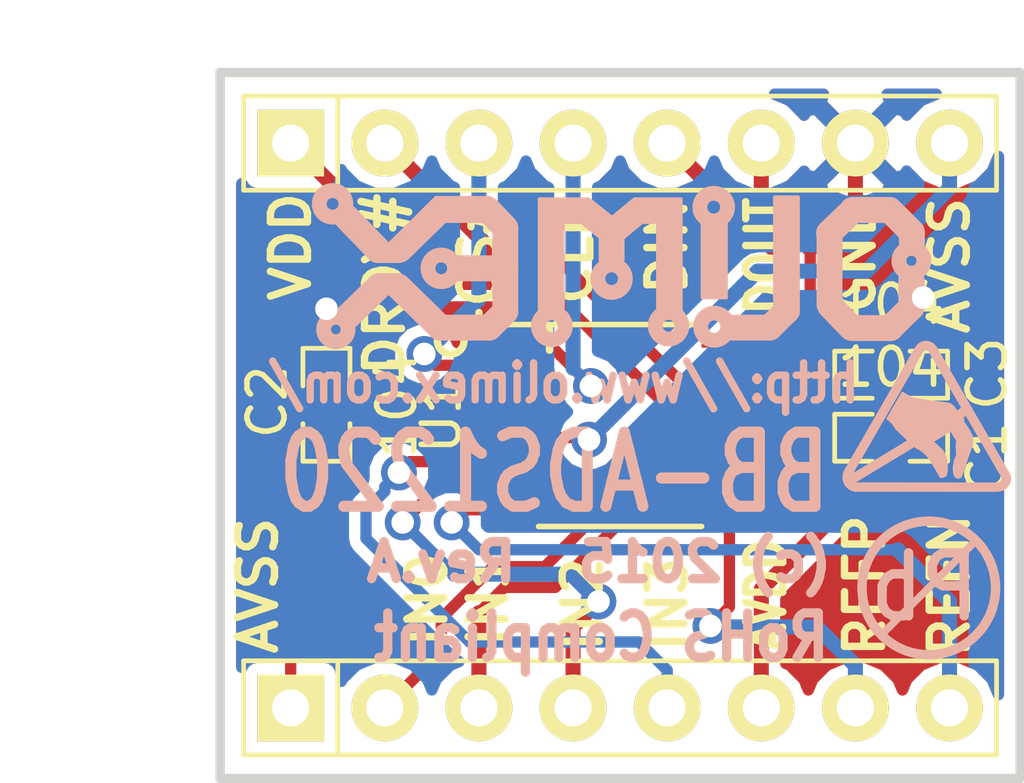
<source format=kicad_pcb>
(kicad_pcb (version 4) (host pcbnew 0.201504271001+5626~23~ubuntu14.10.1-product)

  (general
    (links 23)
    (no_connects 0)
    (area 131.8018 101.9518 159.512001 126.5982)
    (thickness 1.6)
    (drawings 28)
    (tracks 111)
    (zones 0)
    (modules 10)
    (nets 16)
  )

  (page A4)
  (layers
    (0 F.Cu signal)
    (31 B.Cu signal)
    (32 B.Adhes user)
    (33 F.Adhes user)
    (34 B.Paste user)
    (35 F.Paste user)
    (36 B.SilkS user)
    (37 F.SilkS user)
    (38 B.Mask user)
    (39 F.Mask user)
    (40 Dwgs.User user)
    (41 Cmts.User user)
    (42 Eco1.User user)
    (43 Eco2.User user)
    (44 Edge.Cuts user)
    (45 Margin user)
    (46 B.CrtYd user)
    (47 F.CrtYd user)
    (48 B.Fab user)
    (49 F.Fab user)
  )

  (setup
    (last_trace_width 0.3048)
    (trace_clearance 0.2032)
    (zone_clearance 0.3048)
    (zone_45_only no)
    (trace_min 0.2)
    (segment_width 0.2)
    (edge_width 0.1)
    (via_size 0.9652)
    (via_drill 0.6096)
    (via_min_size 0.4)
    (via_min_drill 0.3)
    (uvia_size 0.3)
    (uvia_drill 0.1)
    (uvias_allowed no)
    (uvia_min_size 0)
    (uvia_min_drill 0)
    (pcb_text_width 0.3)
    (pcb_text_size 1 1)
    (mod_edge_width 0.15)
    (mod_text_size 1 1)
    (mod_text_width 0.15)
    (pad_size 1.5 1.5)
    (pad_drill 0.6)
    (pad_to_mask_clearance 0.0508)
    (solder_mask_min_width 0.0508)
    (pad_to_paste_clearance -0.0508)
    (aux_axis_origin 0 0)
    (visible_elements FFFEFF7F)
    (pcbplotparams
      (layerselection 0x000f8_00000000)
      (usegerberextensions false)
      (excludeedgelayer false)
      (linewidth 0.100000)
      (plotframeref false)
      (viasonmask false)
      (mode 1)
      (useauxorigin false)
      (hpglpennumber 1)
      (hpglpenspeed 20)
      (hpglpendiameter 15)
      (hpglpenoverlay 2)
      (psnegative false)
      (psa4output false)
      (plotreference true)
      (plotvalue false)
      (plotinvisibletext false)
      (padsonsilk false)
      (subtractmaskfromsilk false)
      (outputformat 1)
      (mirror false)
      (drillshape 0)
      (scaleselection 1)
      (outputdirectory ""))
  )

  (net 0 "")
  (net 1 GND)
  (net 2 "Net-(C1-Pad2)")
  (net 3 /AVSS)
  (net 4 "Net-(C3-Pad2)")
  (net 5 "Net-(P1-Pad2)")
  (net 6 "Net-(P1-Pad3)")
  (net 7 "Net-(P1-Pad4)")
  (net 8 "Net-(P1-Pad5)")
  (net 9 /REFP)
  (net 10 /REFN)
  (net 11 "Net-(P2-Pad2)")
  (net 12 "Net-(P2-Pad3)")
  (net 13 "Net-(P2-Pad4)")
  (net 14 "Net-(P2-Pad5)")
  (net 15 "Net-(P2-Pad6)")

  (net_class Default "This is the default net class."
    (clearance 0.2032)
    (trace_width 0.3048)
    (via_dia 0.9652)
    (via_drill 0.6096)
    (uvia_dia 0.3)
    (uvia_drill 0.1)
    (add_net /AVSS)
    (add_net /REFN)
    (add_net /REFP)
    (add_net GND)
    (add_net "Net-(C1-Pad2)")
    (add_net "Net-(C3-Pad2)")
    (add_net "Net-(P1-Pad2)")
    (add_net "Net-(P1-Pad3)")
    (add_net "Net-(P1-Pad4)")
    (add_net "Net-(P1-Pad5)")
    (add_net "Net-(P2-Pad2)")
    (add_net "Net-(P2-Pad3)")
    (add_net "Net-(P2-Pad4)")
    (add_net "Net-(P2-Pad5)")
    (add_net "Net-(P2-Pad6)")
  )

  (module kicad_wrk:C_0603 (layer F.Cu) (tedit 550FE071) (tstamp 55306B37)
    (at 155.9052 114.6302 180)
    (descr "Resistor SMD 0603, reflow soldering, Vishay (see dcrcw.pdf)")
    (tags "resistor 0603")
    (path /550FCD51)
    (attr smd)
    (fp_text reference C1 (at -2.5908 -0.5588 270) (layer F.SilkS)
      (effects (font (size 1 1) (thickness 0.15)))
    )
    (fp_text value 104 (at 0 1.9 180) (layer F.SilkS)
      (effects (font (size 1 1) (thickness 0.15)))
    )
    (fp_line (start 0.508 -0.635) (end 1.524 -0.635) (layer F.SilkS) (width 0.127))
    (fp_line (start 1.524 -0.635) (end 1.524 0.635) (layer F.SilkS) (width 0.127))
    (fp_line (start 1.524 0.635) (end 0.508 0.635) (layer F.SilkS) (width 0.127))
    (fp_line (start -1.524 -0.635) (end -1.524 0.635) (layer F.SilkS) (width 0.127))
    (fp_line (start -1.524 0.635) (end -0.508 0.635) (layer F.SilkS) (width 0.127))
    (fp_line (start -1.524 -0.635) (end -0.508 -0.635) (layer F.SilkS) (width 0.127))
    (pad 1 smd rect (at -0.889 0 180) (size 1.016 1.016) (layers F.Cu F.Paste F.Mask)
      (net 1 GND))
    (pad 2 smd rect (at 0.889 0 180) (size 1.016 1.016) (layers F.Cu F.Paste F.Mask)
      (net 2 "Net-(C1-Pad2)"))
    (model Resistors_SMD/R_0603.wrl
      (at (xyz 0 0 0))
      (scale (xyz 1 1 1))
      (rotate (xyz 0 0 0))
    )
  )

  (module kicad_wrk:C_0603 (layer F.Cu) (tedit 550FE05A) (tstamp 55306B43)
    (at 140.6652 113.7412 90)
    (descr "Resistor SMD 0603, reflow soldering, Vishay (see dcrcw.pdf)")
    (tags "resistor 0603")
    (path /550FCD22)
    (attr smd)
    (fp_text reference C2 (at 0.0762 -1.6002 270) (layer F.SilkS)
      (effects (font (size 1 1) (thickness 0.15)))
    )
    (fp_text value 104 (at 0 1.9 90) (layer F.SilkS)
      (effects (font (size 1 1) (thickness 0.15)))
    )
    (fp_line (start 0.508 -0.635) (end 1.524 -0.635) (layer F.SilkS) (width 0.127))
    (fp_line (start 1.524 -0.635) (end 1.524 0.635) (layer F.SilkS) (width 0.127))
    (fp_line (start 1.524 0.635) (end 0.508 0.635) (layer F.SilkS) (width 0.127))
    (fp_line (start -1.524 -0.635) (end -1.524 0.635) (layer F.SilkS) (width 0.127))
    (fp_line (start -1.524 0.635) (end -0.508 0.635) (layer F.SilkS) (width 0.127))
    (fp_line (start -1.524 -0.635) (end -0.508 -0.635) (layer F.SilkS) (width 0.127))
    (pad 1 smd rect (at -0.889 0 90) (size 1.016 1.016) (layers F.Cu F.Paste F.Mask)
      (net 3 /AVSS))
    (pad 2 smd rect (at 0.889 0 90) (size 1.016 1.016) (layers F.Cu F.Paste F.Mask)
      (net 1 GND))
    (model Resistors_SMD/R_0603.wrl
      (at (xyz 0 0 0))
      (scale (xyz 1 1 1))
      (rotate (xyz 0 0 0))
    )
  )

  (module kicad_wrk:C_0603 (layer F.Cu) (tedit 550FE077) (tstamp 55306B4F)
    (at 155.9052 112.9284 180)
    (descr "Resistor SMD 0603, reflow soldering, Vishay (see dcrcw.pdf)")
    (tags "resistor 0603")
    (path /550FCD81)
    (attr smd)
    (fp_text reference C3 (at -2.5908 0.0254 270) (layer F.SilkS)
      (effects (font (size 1 1) (thickness 0.15)))
    )
    (fp_text value 104 (at 0 1.9 180) (layer F.SilkS)
      (effects (font (size 1 1) (thickness 0.15)))
    )
    (fp_line (start 0.508 -0.635) (end 1.524 -0.635) (layer F.SilkS) (width 0.127))
    (fp_line (start 1.524 -0.635) (end 1.524 0.635) (layer F.SilkS) (width 0.127))
    (fp_line (start 1.524 0.635) (end 0.508 0.635) (layer F.SilkS) (width 0.127))
    (fp_line (start -1.524 -0.635) (end -1.524 0.635) (layer F.SilkS) (width 0.127))
    (fp_line (start -1.524 0.635) (end -0.508 0.635) (layer F.SilkS) (width 0.127))
    (fp_line (start -1.524 -0.635) (end -0.508 -0.635) (layer F.SilkS) (width 0.127))
    (pad 1 smd rect (at -0.889 0 180) (size 1.016 1.016) (layers F.Cu F.Paste F.Mask)
      (net 1 GND))
    (pad 2 smd rect (at 0.889 0 180) (size 1.016 1.016) (layers F.Cu F.Paste F.Mask)
      (net 4 "Net-(C3-Pad2)"))
    (model Resistors_SMD/R_0603.wrl
      (at (xyz 0 0 0))
      (scale (xyz 1 1 1))
      (rotate (xyz 0 0 0))
    )
  )

  (module kicad_wrk:SIP8_Housing (layer F.Cu) (tedit 550FE097) (tstamp 55306B66)
    (at 149.86 121.92)
    (descr SIP8)
    (tags SIP8)
    (path /550FCF8D)
    (fp_text reference "" (at -16.383 -4.953) (layer F.SilkS)
      (effects (font (size 1 1) (thickness 0.15)))
    )
    (fp_text value CONN_01X08 (at -0.1 3.7) (layer F.SilkS) hide
      (effects (font (size 1 1) (thickness 0.15)))
    )
    (fp_line (start -8.89 -1.27) (end -8.89 1.27) (layer F.SilkS) (width 0.127))
    (fp_line (start -11.43 -1.27) (end 8.89 -1.27) (layer F.SilkS) (width 0.127))
    (fp_line (start 8.89 -1.27) (end 8.89 1.27) (layer F.SilkS) (width 0.127))
    (fp_line (start 8.89 1.27) (end -11.43 1.27) (layer F.SilkS) (width 0.127))
    (fp_line (start -11.43 1.27) (end -11.43 -1.27) (layer F.SilkS) (width 0.127))
    (pad 1 thru_hole rect (at -10.16 0 90) (size 1.8 1.8) (drill 1) (layers *.Cu *.Mask F.SilkS)
      (net 3 /AVSS))
    (pad 2 thru_hole circle (at -7.62 0 90) (size 1.8 1.8) (drill 1) (layers *.Cu *.Mask F.SilkS)
      (net 5 "Net-(P1-Pad2)"))
    (pad 3 thru_hole circle (at -5.08 0 90) (size 1.8 1.8) (drill 1) (layers *.Cu *.Mask F.SilkS)
      (net 6 "Net-(P1-Pad3)"))
    (pad 4 thru_hole circle (at -2.54 0 90) (size 1.8 1.8) (drill 1) (layers *.Cu *.Mask F.SilkS)
      (net 7 "Net-(P1-Pad4)"))
    (pad 5 thru_hole circle (at 0 0 90) (size 1.8 1.8) (drill 1) (layers *.Cu *.Mask F.SilkS)
      (net 8 "Net-(P1-Pad5)"))
    (pad 6 thru_hole circle (at 2.54 0 90) (size 1.8 1.8) (drill 1) (layers *.Cu *.Mask F.SilkS)
      (net 2 "Net-(C1-Pad2)"))
    (pad 7 thru_hole circle (at 5.08 0 90) (size 1.8 1.8) (drill 1) (layers *.Cu *.Mask F.SilkS)
      (net 9 /REFP))
    (pad 8 thru_hole circle (at 7.62 0 90) (size 1.8 1.8) (drill 1) (layers *.Cu *.Mask F.SilkS)
      (net 10 /REFN))
    (model Housings_SIP/SIP9_Housing.wrl
      (at (xyz 0 0 0))
      (scale (xyz 0.3937 0.3937 0.3937))
      (rotate (xyz 0 0 0))
    )
  )

  (module kicad_wrk:SIP8_Housing (layer F.Cu) (tedit 550FE0A7) (tstamp 55306B7D)
    (at 149.86 106.68)
    (descr SIP8)
    (tags SIP8)
    (path /550FD25A)
    (fp_text reference "" (at 0 -3.6) (layer F.SilkS)
      (effects (font (size 1 1) (thickness 0.15)))
    )
    (fp_text value CONN_01X08 (at -0.1 3.7) (layer F.SilkS) hide
      (effects (font (size 1 1) (thickness 0.15)))
    )
    (fp_line (start -8.89 -1.27) (end -8.89 1.27) (layer F.SilkS) (width 0.127))
    (fp_line (start -11.43 -1.27) (end 8.89 -1.27) (layer F.SilkS) (width 0.127))
    (fp_line (start 8.89 -1.27) (end 8.89 1.27) (layer F.SilkS) (width 0.127))
    (fp_line (start 8.89 1.27) (end -11.43 1.27) (layer F.SilkS) (width 0.127))
    (fp_line (start -11.43 1.27) (end -11.43 -1.27) (layer F.SilkS) (width 0.127))
    (pad 1 thru_hole rect (at -10.16 0 90) (size 1.8 1.8) (drill 1) (layers *.Cu *.Mask F.SilkS)
      (net 4 "Net-(C3-Pad2)"))
    (pad 2 thru_hole circle (at -7.62 0 90) (size 1.8 1.8) (drill 1) (layers *.Cu *.Mask F.SilkS)
      (net 11 "Net-(P2-Pad2)"))
    (pad 3 thru_hole circle (at -5.08 0 90) (size 1.8 1.8) (drill 1) (layers *.Cu *.Mask F.SilkS)
      (net 12 "Net-(P2-Pad3)"))
    (pad 4 thru_hole circle (at -2.54 0 90) (size 1.8 1.8) (drill 1) (layers *.Cu *.Mask F.SilkS)
      (net 13 "Net-(P2-Pad4)"))
    (pad 5 thru_hole circle (at 0 0 90) (size 1.8 1.8) (drill 1) (layers *.Cu *.Mask F.SilkS)
      (net 14 "Net-(P2-Pad5)"))
    (pad 6 thru_hole circle (at 2.54 0 90) (size 1.8 1.8) (drill 1) (layers *.Cu *.Mask F.SilkS)
      (net 15 "Net-(P2-Pad6)"))
    (pad 7 thru_hole circle (at 5.08 0 90) (size 1.8 1.8) (drill 1) (layers *.Cu *.Mask F.SilkS)
      (net 1 GND))
    (pad 8 thru_hole circle (at 7.62 0 90) (size 1.8 1.8) (drill 1) (layers *.Cu *.Mask F.SilkS)
      (net 3 /AVSS))
    (model Housings_SIP/SIP9_Housing.wrl
      (at (xyz 0 0 0))
      (scale (xyz 0.3937 0.3937 0.3937))
      (rotate (xyz 0 0 0))
    )
  )

  (module kicad_wrk:TSSOP-16_4.4x5mm_Pitch0.65mm (layer F.Cu) (tedit 550FE06D) (tstamp 55306B91)
    (at 148.59 114.3)
    (descr "16-Lead Plastic Thin Shrink Small Outline (ST)-4.4 mm Body [TSSOP] (see Microchip Packaging Specification 00000049BS.pdf)")
    (tags "SSOP 0.65")
    (path /550FCCB7)
    (attr smd)
    (fp_text reference U1 (at -4.826 -0.254 90) (layer F.SilkS)
      (effects (font (size 1 1) (thickness 0.15)))
    )
    (fp_text value ADS1220 (at 0 3.55) (layer F.Fab)
      (effects (font (size 1 1) (thickness 0.15)))
    )
    (fp_line (start -3.95 -2.8) (end -3.95 2.8) (layer F.CrtYd) (width 0.05))
    (fp_line (start 3.95 -2.8) (end 3.95 2.8) (layer F.CrtYd) (width 0.05))
    (fp_line (start -3.95 -2.8) (end 3.95 -2.8) (layer F.CrtYd) (width 0.05))
    (fp_line (start -3.95 2.8) (end 3.95 2.8) (layer F.CrtYd) (width 0.05))
    (fp_line (start -2.2 2.725) (end 2.2 2.725) (layer F.SilkS) (width 0.15))
    (fp_line (start -3.775 -2.725) (end 2.2 -2.725) (layer F.SilkS) (width 0.15))
    (pad 1 smd rect (at -2.95 -2.275) (size 1.5 0.35) (layers F.Cu F.Paste F.Mask)
      (net 13 "Net-(P2-Pad4)"))
    (pad 2 smd rect (at -2.95 -1.625) (size 1.5 0.35) (layers F.Cu F.Paste F.Mask)
      (net 12 "Net-(P2-Pad3)"))
    (pad 3 smd rect (at -2.95 -0.975) (size 1.5 0.35) (layers F.Cu F.Paste F.Mask)
      (net 1 GND))
    (pad 4 smd rect (at -2.95 -0.325) (size 1.5 0.35) (layers F.Cu F.Paste F.Mask)
      (net 1 GND))
    (pad 5 smd rect (at -2.95 0.325) (size 1.5 0.35) (layers F.Cu F.Paste F.Mask)
      (net 3 /AVSS))
    (pad 6 smd rect (at -2.95 0.975) (size 1.5 0.35) (layers F.Cu F.Paste F.Mask)
      (net 8 "Net-(P1-Pad5)"))
    (pad 7 smd rect (at -2.95 1.625) (size 1.5 0.35) (layers F.Cu F.Paste F.Mask)
      (net 7 "Net-(P1-Pad4)"))
    (pad 8 smd rect (at -2.95 2.275) (size 1.5 0.35) (layers F.Cu F.Paste F.Mask)
      (net 10 /REFN))
    (pad 9 smd rect (at 2.95 2.275) (size 1.5 0.35) (layers F.Cu F.Paste F.Mask)
      (net 9 /REFP))
    (pad 10 smd rect (at 2.95 1.625) (size 1.5 0.35) (layers F.Cu F.Paste F.Mask)
      (net 6 "Net-(P1-Pad3)"))
    (pad 11 smd rect (at 2.95 0.975) (size 1.5 0.35) (layers F.Cu F.Paste F.Mask)
      (net 5 "Net-(P1-Pad2)"))
    (pad 12 smd rect (at 2.95 0.325) (size 1.5 0.35) (layers F.Cu F.Paste F.Mask)
      (net 2 "Net-(C1-Pad2)"))
    (pad 13 smd rect (at 2.95 -0.325) (size 1.5 0.35) (layers F.Cu F.Paste F.Mask)
      (net 4 "Net-(C3-Pad2)"))
    (pad 14 smd rect (at 2.95 -0.975) (size 1.5 0.35) (layers F.Cu F.Paste F.Mask)
      (net 11 "Net-(P2-Pad2)"))
    (pad 15 smd rect (at 2.95 -1.625) (size 1.5 0.35) (layers F.Cu F.Paste F.Mask)
      (net 15 "Net-(P2-Pad6)"))
    (pad 16 smd rect (at 2.95 -2.275) (size 1.5 0.35) (layers F.Cu F.Paste F.Mask)
      (net 14 "Net-(P2-Pad5)"))
    (model Housings_SSOP.3dshapes/TSSOP-16_4.4x5mm_Pitch0.65mm.wrl
      (at (xyz 0 0 0))
      (scale (xyz 1 1 1))
      (rotate (xyz 0 0 0))
    )
  )

  (module OLIMEX_Other-FP:Fiducial1x3 (layer F.Cu) (tedit 554098FB) (tstamp 553F8157)
    (at 141.0208 119.3038)
    (fp_text reference "" (at -8.9408 -0.9398) (layer F.SilkS)
      (effects (font (size 1 1) (thickness 0.15)))
    )
    (fp_text value "" (at 0 -3) (layer F.Fab)
      (effects (font (size 1 1) (thickness 0.15)))
    )
    (fp_circle (center 0 0) (end 1.5 0) (layer Dwgs.User) (width 0.254))
    (pad Fid1 connect circle (at 0 0) (size 1 1) (layers F.Cu F.Mask)
      (solder_mask_margin 0.9652) (clearance 1.016) (zone_connect 0))
  )

  (module OLIMEX_LOGOs-FP:OLIMEX_LOGO_TB (layer B.Cu) (tedit 5530FAE4) (tstamp 554153E0)
    (at 148.463 109.982 180)
    (fp_text reference OLIMEX_LOGO** (at -2.4003 3.0607 180) (layer B.SilkS) hide
      (effects (font (size 1 1) (thickness 0.15)) (justify mirror))
    )
    (fp_text value OLIMEX_LOGO_TB (at -1.6637 -3.7084 180) (layer B.Fab) hide
      (effects (font (size 1 1) (thickness 0.15)) (justify mirror))
    )
    (fp_line (start 3.4163 1.8288) (end 4.7879 1.8288) (layer B.SilkS) (width 0.1))
    (fp_line (start 4.7879 1.8288) (end 4.8387 1.8288) (layer B.SilkS) (width 0.1))
    (fp_line (start 4.8387 1.8288) (end 6.096 0.5842) (layer B.SilkS) (width 0.1))
    (fp_line (start 1.8923 1.7145) (end 1.9939 1.7145) (layer B.SilkS) (width 0.1))
    (fp_line (start 2.0447 1.778) (end 2.0447 1.7907) (layer B.SilkS) (width 0.1))
    (fp_line (start 2.0447 1.7907) (end 0.7493 1.7907) (layer B.SilkS) (width 0.1))
    (fp_line (start 0.7493 1.7907) (end 0.7239 1.7907) (layer B.SilkS) (width 0.1))
    (fp_line (start 0.7239 1.7907) (end 0.1016 1.2954) (layer B.SilkS) (width 0.1))
    (fp_line (start 2.0447 -1.2319) (end 2.0447 1.778) (layer B.SilkS) (width 0.1))
    (fp_line (start -1.6129 1.7272) (end -1.6891 1.7272) (layer B.SilkS) (width 0.1))
    (fp_line (start -1.7653 1.7907) (end -0.5207 1.7907) (layer B.SilkS) (width 0.1))
    (fp_line (start -0.5207 1.7907) (end 0.0635 1.3081) (layer B.SilkS) (width 0.1))
    (fp_line (start -1.7653 -1.2065) (end -1.7653 1.778) (layer B.SilkS) (width 0.1))
    (fp_line (start -2.5019 -0.8001) (end -2.413 -0.8001) (layer B.SilkS) (width 0.1))
    (fp_line (start -2.8448 -0.8001) (end -2.9083 -0.8001) (layer B.SilkS) (width 0.1))
    (fp_line (start -2.9845 -0.8636) (end -2.3749 -0.8636) (layer B.SilkS) (width 0.1))
    (fp_line (start -2.3749 -0.8636) (end -2.3495 -0.8636) (layer B.SilkS) (width 0.1))
    (fp_line (start -2.3495 -0.8636) (end -2.3495 1.1557) (layer B.SilkS) (width 0.1))
    (fp_line (start -2.9845 1.1557) (end -2.9845 -0.8636) (layer B.SilkS) (width 0.1))
    (fp_line (start -4.4831 1.7653) (end -4.3688 1.7653) (layer B.SilkS) (width 0.1))
    (fp_line (start -4.6101 1.8415) (end -4.3053 1.8415) (layer B.SilkS) (width 0.1))
    (fp_line (start -4.3053 1.8415) (end -4.3053 -1.1938) (layer B.SilkS) (width 0.1))
    (fp_line (start -4.7879 1.7526) (end -4.8514 1.7653) (layer B.SilkS) (width 0.1))
    (fp_line (start -4.9022 1.8415) (end -4.9149 1.8415) (layer B.SilkS) (width 0.1))
    (fp_line (start -4.9149 1.8415) (end -4.9276 1.8415) (layer B.SilkS) (width 0.1))
    (fp_line (start -4.9276 1.8415) (end -4.9276 -1.3081) (layer B.SilkS) (width 0.1))
    (fp_line (start -4.6228 1.8415) (end -4.9022 1.8415) (layer B.SilkS) (width 0.1))
    (fp_line (start -4.6228 -1.2319) (end -4.6228 1.4986) (layer B.SilkS) (width 0.7))
    (fp_line (start 1.7145 1.4859) (end 1.7145 -1.1176) (layer B.SilkS) (width 0.7))
    (fp_line (start -6.4008 1.4986) (end -7.4041 1.4986) (layer B.SilkS) (width 0.7))
    (fp_line (start -5.7785 0.889) (end -5.7785 -1.0414) (layer B.SilkS) (width 0.7))
    (fp_line (start -8.001 0.8509) (end -8.001 0.6096) (layer B.SilkS) (width 0.7))
    (fp_line (start -8.001 -1.1176) (end -7.4168 -1.6891) (layer B.SilkS) (width 0.7))
    (fp_line (start -7.9883 -1.1303) (end -7.9883 -0.3683) (layer B.SilkS) (width 0.7))
    (fp_line (start -7.4295 -1.6891) (end -6.3881 -1.6891) (layer B.SilkS) (width 0.7))
    (fp_circle (center 4.699 -0.0762) (end 4.9657 0.1651) (layer B.SilkS) (width 0.4))
    (fp_line (start 4.191 -0.0762) (end 2.9718 -0.0762) (layer B.SilkS) (width 0.7))
    (fp_circle (center 7.6327 1.6637) (end 7.9375 1.8542) (layer B.SilkS) (width 0.4))
    (fp_line (start 7.2644 1.3081) (end 6.4008 0.4144) (layer B.SilkS) (width 0.7))
    (fp_line (start 5.842 0.3175) (end 6.4008 0.3175) (layer B.SilkS) (width 0.5))
    (fp_line (start 4.7244 1.4986) (end 5.8166 0.4318) (layer B.SilkS) (width 0.7))
    (fp_line (start 3.5025 1.4986) (end 4.7244 1.4986) (layer B.SilkS) (width 0.7))
    (fp_line (start 2.9718 1.016) (end 3.4544 1.524) (layer B.SilkS) (width 0.7))
    (fp_line (start 2.9718 0.9906) (end 2.9718 -1.2446) (layer B.SilkS) (width 0.7))
    (fp_line (start 2.9718 -1.2446) (end 3.4036 -1.6764) (layer B.SilkS) (width 0.7))
    (fp_line (start 3.4036 -1.6764) (end 4.7244 -1.6764) (layer B.SilkS) (width 0.7))
    (fp_line (start 4.7244 -1.6764) (end 5.8674 -0.5588) (layer B.SilkS) (width 0.7))
    (fp_line (start 5.8674 -0.4572) (end 6.4008 -0.4572) (layer B.SilkS) (width 0.5))
    (fp_line (start 7.2136 -1.3716) (end 6.3754 -0.5588) (layer B.SilkS) (width 0.7))
    (fp_circle (center 7.5438 -1.7272) (end 7.8359 -1.5748) (layer B.SilkS) (width 0.4))
    (fp_circle (center 1.7145 -1.6383) (end 1.9304 -1.3462) (layer B.SilkS) (width 0.4))
    (fp_line (start 0.8128 1.4732) (end 1.7018 1.4732) (layer B.SilkS) (width 0.7))
    (fp_circle (center 0.1016 -0.3556) (end 0.3302 -0.0635) (layer B.SilkS) (width 0.4))
    (fp_line (start 0.1778 0.9652) (end 0.8128 1.4732) (layer B.SilkS) (width 0.7))
    (fp_line (start 0.1016 0.1778) (end 0.1016 0.889) (layer B.SilkS) (width 0.7))
    (fp_line (start -0.6096 1.4732) (end 0 0.9652) (layer B.SilkS) (width 0.7))
    (fp_line (start -1.4478 1.4732) (end -0.6096 1.4732) (layer B.SilkS) (width 0.7))
    (fp_line (start -1.4478 -1.1176) (end -1.4478 1.4732) (layer B.SilkS) (width 0.7))
    (fp_circle (center -1.4351 -1.6256) (end -1.1938 -1.3589) (layer B.SilkS) (width 0.4))
    (fp_circle (center -2.6543 1.5748) (end -2.54 1.9304) (layer B.SilkS) (width 0.4))
    (fp_line (start -2.667 1.0414) (end -2.667 -0.5588) (layer B.SilkS) (width 0.7))
    (fp_circle (center -2.667 -1.651) (end -2.4638 -1.3462) (layer B.SilkS) (width 0.4))
    (fp_line (start -3.1798 -1.6764) (end -4.1656 -1.6764) (layer B.SilkS) (width 0.7))
    (fp_line (start -4.1656 -1.6764) (end -4.6228 -1.2192) (layer B.SilkS) (width 0.7))
    (fp_line (start -5.7912 -1.0795) (end -6.35 -1.6637) (layer B.SilkS) (width 0.7))
    (fp_line (start -6.4008 1.4859) (end -5.7658 0.8763) (layer B.SilkS) (width 0.7))
    (fp_line (start -8.001 0.9017) (end -7.493 1.4097) (layer B.SilkS) (width 0.7))
    (fp_circle (center -7.9883 0.127) (end -7.6708 0.2413) (layer B.SilkS) (width 0.4))
  )

  (module OLIMEX_LOGOs-FP:LOGO_ANTISTATIC_SMALL_4.5mmX2.8mm (layer B.Cu) (tedit 55409618) (tstamp 554167ED)
    (at 156.845 114.046 180)
    (fp_text reference "" (at 0 3.0226 180) (layer B.SilkS)
      (effects (font (size 1 1) (thickness 0.15)) (justify mirror))
    )
    (fp_text value "" (at -0.02286 -3.302 180) (layer B.Fab)
      (effects (font (size 1 1) (thickness 0.15)) (justify mirror))
    )
    (fp_line (start -0.90678 -0.10414) (end 0.19812 -0.76962) (layer B.SilkS) (width 0.254))
    (fp_line (start -1.12014 0.1778) (end 2.09296 -1.76276) (layer B.SilkS) (width 0.254))
    (fp_line (start -0.4445 -1.52146) (end -0.24638 -1.1303) (layer B.SilkS) (width 0.254))
    (fp_line (start -0.24638 -1.1303) (end 0.06096 -0.80518) (layer B.SilkS) (width 0.254))
    (fp_line (start 0.00508 -0.70358) (end -0.35052 -1.0287) (layer B.SilkS) (width 0.254))
    (fp_line (start -0.35052 -1.0287) (end -0.42418 -1.27254) (layer B.SilkS) (width 0.254))
    (fp_line (start -0.42418 -1.27254) (end -0.4445 -1.52146) (layer B.SilkS) (width 0.254))
    (fp_line (start -0.97028 -1.04394) (end -0.87884 -1.36906) (layer B.SilkS) (width 0.254))
    (fp_line (start -0.9525 -0.635) (end -0.97028 -1.03632) (layer B.SilkS) (width 0.254))
    (fp_line (start -1.14808 -0.67818) (end -0.8763 -1.5113) (layer B.SilkS) (width 0.254))
    (fp_line (start -0.76454 -0.27432) (end -1.05156 -0.71374) (layer B.SilkS) (width 0.254))
    (fp_line (start -0.91948 -0.22352) (end -1.12014 -0.59944) (layer B.SilkS) (width 0.254))
    (fp_line (start 0.77216 -0.1397) (end 0.59436 -0.36068) (layer B.SilkS) (width 0.254))
    (fp_line (start 0.5969 0.4826) (end 0.77724 0.18542) (layer B.SilkS) (width 0.254))
    (fp_line (start -0.58928 0.22098) (end 0.38862 0.36576) (layer B.SilkS) (width 0.254))
    (fp_line (start 0.51308 0.4318) (end 0.73914 0.2413) (layer B.SilkS) (width 0.254))
    (fp_line (start 0.35814 0.36576) (end 0.89408 -0.02032) (layer B.SilkS) (width 0.254))
    (fp_line (start 0.09398 0.32258) (end 0.79248 -0.13716) (layer B.SilkS) (width 0.254))
    (fp_line (start -0.20828 0.28702) (end 0.68072 -0.28702) (layer B.SilkS) (width 0.254))
    (fp_line (start -0.48006 0.21844) (end 0.54356 -0.4191) (layer B.SilkS) (width 0.254))
    (fp_line (start -0.6858 0.1524) (end 0.4572 -0.51308) (layer B.SilkS) (width 0.254))
    (fp_line (start 0.8128 -0.3302) (end 0.6985 -0.4445) (layer B.SilkS) (width 0.05))
    (fp_line (start 0.70104 -0.44196) (end 0.49022 -0.64008) (layer B.SilkS) (width 0.05))
    (fp_line (start 0.90678 -0.1905) (end 0.80772 -0.33274) (layer B.SilkS) (width 0.05))
    (fp_line (start 1.0414 -0.06604) (end 0.90932 -0.18796) (layer B.SilkS) (width 0.05))
    (fp_line (start 0.63754 0.63246) (end 1.0414 -0.06604) (layer B.SilkS) (width 0.05))
    (fp_line (start 0.45974 0.52324) (end 0.63246 0.63246) (layer B.SilkS) (width 0.05))
    (fp_line (start 0.34544 0.47498) (end 0.45974 0.52324) (layer B.SilkS) (width 0.05))
    (fp_line (start 0.07112 0.42926) (end 0.3429 0.47752) (layer B.SilkS) (width 0.05))
    (fp_line (start -0.59182 0.34036) (end 0.07112 0.42926) (layer B.SilkS) (width 0.05))
    (fp_line (start -0.66294 0.32004) (end -0.59182 0.34036) (layer B.SilkS) (width 0.05))
    (fp_line (start -0.69596 0.29718) (end -0.66294 0.32004) (layer B.SilkS) (width 0.05))
    (fp_line (start -0.74168 0.24892) (end -0.6985 0.29464) (layer B.SilkS) (width 0.05))
    (fp_line (start -0.83566 0.12954) (end -0.74168 0.24892) (layer B.SilkS) (width 0.05))
    (fp_line (start -1.16586 -0.3937) (end -1.03378 -0.1905) (layer B.SilkS) (width 0.05))
    (fp_line (start -1.23444 -0.53) (end -1.16586 -0.39) (layer B.SilkS) (width 0.05))
    (fp_line (start -1.24968 -0.62484) (end -1.23444 -0.5334) (layer B.SilkS) (width 0.05))
    (fp_line (start -1.24968 -0.74168) (end -1.24968 -0.62738) (layer B.SilkS) (width 0.05))
    (fp_line (start -1.23698 -0.80518) (end -1.24968 -0.74422) (layer B.SilkS) (width 0.05))
    (fp_line (start -0.94742 -1.61798) (end -1.23444 -0.80264) (layer B.SilkS) (width 0.05))
    (fp_line (start -0.91948 -1.64846) (end -0.94742 -1.61798) (layer B.SilkS) (width 0.05))
    (fp_line (start -0.87376 -1.66624) (end -0.9144 -1.651) (layer B.SilkS) (width 0.05))
    (fp_line (start -0.83312 -1.65608) (end -0.87376 -1.66624) (layer B.SilkS) (width 0.05))
    (fp_line (start -0.79248 -1.62306) (end -0.83312 -1.65608) (layer B.SilkS) (width 0.05))
    (fp_line (start -0.762 -1.55448) (end -0.79248 -1.62306) (layer B.SilkS) (width 0.05))
    (fp_line (start -0.74676 -1.44018) (end -0.762 -1.55448) (layer B.SilkS) (width 0.05))
    (fp_line (start -0.75438 -1.32842) (end -0.74676 -1.44018) (layer B.SilkS) (width 0.05))
    (fp_line (start -0.77724 -1.20396) (end -0.75438 -1.32842) (layer B.SilkS) (width 0.05))
    (fp_line (start -0.80772 -1.12014) (end -0.77724 -1.20396) (layer B.SilkS) (width 0.05))
    (fp_line (start -0.8382 -1.06172) (end -0.80772 -1.12014) (layer B.SilkS) (width 0.05))
    (fp_line (start -0.8255 -0.7747) (end -0.8382 -1.06172) (layer B.SilkS) (width 0.05))
    (fp_line (start -0.84074 -0.70612) (end -0.8255 -0.7747) (layer B.SilkS) (width 0.05))
    (fp_line (start -0.83566 -0.6477) (end -0.8382 -0.70612) (layer B.SilkS) (width 0.05))
    (fp_line (start -0.75184 -0.52324) (end -0.83566 -0.6477) (layer B.SilkS) (width 0.05))
    (fp_line (start -0.6731 -0.38354) (end -0.75184 -0.52324) (layer B.SilkS) (width 0.05))
    (fp_line (start -0.1778 -0.68834) (end -0.6731 -0.38354) (layer B.SilkS) (width 0.05))
    (fp_line (start -0.42164 -0.90932) (end -0.17526 -0.6858) (layer B.SilkS) (width 0.05))
    (fp_line (start -0.47498 -0.98806) (end -0.42164 -0.90932) (layer B.SilkS) (width 0.05))
    (fp_line (start -0.51816 -1.07696) (end -0.47498 -0.98806) (layer B.SilkS) (width 0.05))
    (fp_line (start -0.55118 -1.20396) (end -0.51816 -1.08204) (layer B.SilkS) (width 0.05))
    (fp_line (start -0.56642 -1.33858) (end -0.55118 -1.20396) (layer B.SilkS) (width 0.05))
    (fp_line (start -0.56388 -1.46558) (end -0.56642 -1.33858) (layer B.SilkS) (width 0.05))
    (fp_line (start -0.55372 -1.53924) (end -0.56398 -1.46558) (layer B.SilkS) (width 0.05))
    (fp_line (start -0.53594 -1.5875) (end -0.55372 -1.53924) (layer B.SilkS) (width 0.05))
    (fp_line (start -0.51816 -1.61036) (end -0.53594 -1.58875) (layer B.SilkS) (width 0.05))
    (fp_line (start -0.48006 -1.63576) (end -0.51308 -1.61544) (layer B.SilkS) (width 0.05))
    (fp_line (start -0.39878 -1.64846) (end -0.47752 -1.63576) (layer B.SilkS) (width 0.05))
    (fp_line (start -0.0762 -1.11506) (end -0.1524 -1.2319) (layer B.SilkS) (width 0.05))
    (fp_line (start -0.1524 -1.2319) (end -0.39878 -1.64846) (layer B.SilkS) (width 0.05))
    (fp_line (start 0.00762 -1.02108) (end -0.0762 -1.11506) (layer B.SilkS) (width 0.05))
    (fp_line (start 0.0635 -0.97282) (end 0.00762 -1.02108) (layer B.SilkS) (width 0.05))
    (fp_line (start 0.18542 -0.88392) (end 0.0635 -0.97282) (layer B.SilkS) (width 0.05))
    (fp_arc (start 1.86436 -1.65608) (end 2.12344 -1.62052) (angle -90) (layer B.SilkS) (width 0.254))
    (fp_arc (start -1.94056 -1.68148) (end -1.95072 -1.91262) (angle -90) (layer B.SilkS) (width 0.254))
    (fp_arc (start 0 1.69926) (end -0.14478 1.84404) (angle -90) (layer B.SilkS) (width 0.254))
    (fp_line (start -2.16916 -1.63576) (end -0.1905 1.78816) (layer B.SilkS) (width 0.254))
    (fp_line (start -1.87198 -1.9177) (end 1.8923 -1.91516) (layer B.SilkS) (width 0.254))
    (fp_line (start 0.18542 1.79324) (end 2.11328 -1.55194) (layer B.SilkS) (width 0.254))
  )

  (module OLIMEX_LOGOs-FP:LOGO_PBFREE (layer B.Cu) (tedit 5540964C) (tstamp 5541698E)
    (at 156.718 118.999 180)
    (fp_text reference "" (at -0.2794 3.52552 180) (layer B.SilkS)
      (effects (font (size 1 1) (thickness 0.15)) (justify mirror))
    )
    (fp_text value "" (at 0.05588 -3.15214 180) (layer B.Fab)
      (effects (font (size 1 1) (thickness 0.15)) (justify mirror))
    )
    (fp_text user Pb (at -0.08636 0.33528 180) (layer B.SilkS)
      (effects (font (size 1.7 1.5) (thickness 0.254)) (justify mirror))
    )
    (fp_line (start -1.36398 1.47828) (end 1.06934 -0.94234) (layer B.SilkS) (width 0.2))
    (fp_circle (center -0.2032 0.31496) (end 0.90678 1.73482) (layer B.SilkS) (width 0.254))
  )

  (gr_text "(c) 2015" (at 150.876 117.983) (layer B.SilkS)
    (effects (font (size 1 1) (thickness 0.25)) (justify mirror))
  )
  (gr_text http://www.olimex.com/ (at 147.066 113.157) (layer B.SilkS)
    (effects (font (size 1 0.85) (thickness 0.2)) (justify mirror))
  )
  (gr_text Rev.A (at 143.764 117.983) (layer B.SilkS)
    (effects (font (size 1 1) (thickness 0.25)) (justify mirror))
  )
  (gr_line (start 146.685 111.633) (end 146.685 112.268) (angle 90) (layer F.SilkS) (width 0.2))
  (gr_line (start 144.78 111.252) (end 144.78 111.506) (angle 90) (layer F.SilkS) (width 0.2))
  (gr_circle (center 144.018 112.014) (end 144.272 112.268) (layer F.SilkS) (width 0.2))
  (gr_text BB-ADS1220 (at 146.812 115.57) (layer B.SilkS)
    (effects (font (size 2 1.5) (thickness 0.3)) (justify mirror))
  )
  (gr_text "RoHS Compliant" (at 148.082 120.015) (layer B.SilkS)
    (effects (font (size 1.2 1) (thickness 0.25)) (justify mirror))
  )
  (gr_text AVSS (at 157.48 109.982 90) (layer F.SilkS)
    (effects (font (size 1 1) (thickness 0.2)))
  )
  (gr_text GND (at 154.94 109.728 90) (layer F.SilkS)
    (effects (font (size 1 1) (thickness 0.2)))
  )
  (gr_text DOUT (at 152.527 109.728 90) (layer F.SilkS)
    (effects (font (size 1 0.8) (thickness 0.2)))
  )
  (gr_text DIN (at 149.86 109.474 90) (layer F.SilkS)
    (effects (font (size 1 1) (thickness 0.2)))
  )
  (gr_text CLK (at 147.32 109.601 90) (layer F.SilkS)
    (effects (font (size 1 1) (thickness 0.2)))
  )
  (gr_text CS# (at 144.78 109.601 90) (layer F.SilkS)
    (effects (font (size 1 1) (thickness 0.2)))
  )
  (gr_text DRDY# (at 142.24 110.49 90) (layer F.SilkS)
    (effects (font (size 1 1) (thickness 0.2)))
  )
  (gr_text VDD (at 139.7 109.474 90) (layer F.SilkS)
    (effects (font (size 1 1) (thickness 0.2)))
  )
  (gr_text REFN (at 157.48 118.618 90) (layer F.SilkS)
    (effects (font (size 1 1) (thickness 0.2)))
  )
  (gr_text REFP (at 155.194 118.618 90) (layer F.SilkS)
    (effects (font (size 1 1) (thickness 0.2)))
  )
  (gr_text AVDD (at 152.527 118.872 90) (layer F.SilkS)
    (effects (font (size 1 0.8) (thickness 0.2)))
  )
  (gr_text IN3 (at 149.86 119.126 90) (layer F.SilkS)
    (effects (font (size 1 1) (thickness 0.2)))
  )
  (gr_text IN2 (at 147.574 119.126 90) (layer F.SilkS)
    (effects (font (size 1 1) (thickness 0.2)))
  )
  (gr_text IN1 (at 145.034 118.999 90) (layer F.SilkS)
    (effects (font (size 1 1) (thickness 0.2)))
  )
  (gr_text IN0 (at 143.383 118.999 90) (layer F.SilkS)
    (effects (font (size 1 1) (thickness 0.2)))
  )
  (gr_text AVSS (at 138.811 118.618 90) (layer F.SilkS)
    (effects (font (size 1 1) (thickness 0.2)))
  )
  (gr_line (start 137.795 123.825) (end 137.795 104.775) (angle 90) (layer Edge.Cuts) (width 0.254))
  (gr_line (start 159.385 123.825) (end 137.795 123.825) (angle 90) (layer Edge.Cuts) (width 0.254))
  (gr_line (start 159.385 104.775) (end 159.385 123.825) (angle 90) (layer Edge.Cuts) (width 0.254))
  (gr_line (start 137.795 104.775) (end 159.385 104.775) (angle 90) (layer Edge.Cuts) (width 0.254))

  (segment (start 156.7942 114.6302) (end 156.7942 112.9284) (width 0.4064) (layer F.Cu) (net 1))
  (segment (start 156.7942 110.6678) (end 154.94 108.8136) (width 0.4064) (layer F.Cu) (net 1) (tstamp 55306E61))
  (segment (start 154.94 108.8136) (end 154.94 106.68) (width 0.4064) (layer F.Cu) (net 1) (tstamp 55306E63))
  (segment (start 156.7942 112.9284) (end 156.7942 110.6678) (width 0.4064) (layer F.Cu) (net 1))
  (segment (start 141.138 113.325) (end 140.6652 112.8522) (width 0.3048) (layer F.Cu) (net 1) (tstamp 55306EC9))
  (segment (start 145.64 113.325) (end 141.138 113.325) (width 0.3048) (layer F.Cu) (net 1))
  (segment (start 145.64 113.975) (end 145.64 113.325) (width 0.3048) (layer F.Cu) (net 1))
  (via (at 140.6652 111.1504) (size 0.9652) (layers F.Cu B.Cu) (net 1))
  (segment (start 140.6652 111.1504) (end 141.9352 112.4204) (width 0.4064) (layer B.Cu) (net 1) (tstamp 55306F07))
  (segment (start 141.9352 112.4204) (end 141.9352 113.157) (width 0.4064) (layer B.Cu) (net 1) (tstamp 55306F08))
  (segment (start 141.9352 113.157) (end 144.9578 116.1796) (width 0.4064) (layer B.Cu) (net 1) (tstamp 55306F0A))
  (segment (start 144.9578 116.1796) (end 151.4348 116.1796) (width 0.4064) (layer B.Cu) (net 1) (tstamp 55306F0B))
  (segment (start 151.4348 116.1796) (end 156.7688 110.8456) (width 0.4064) (layer B.Cu) (net 1) (tstamp 55306F0D))
  (via (at 156.7688 110.8456) (size 0.9652) (layers F.Cu B.Cu) (net 1))
  (segment (start 156.7688 110.8456) (end 156.7942 110.8456) (width 0.3048) (layer F.Cu) (net 1) (tstamp 55306F10))
  (segment (start 156.7942 110.8456) (end 156.7942 110.6678) (width 0.3048) (layer F.Cu) (net 1) (tstamp 55306F11))
  (segment (start 140.6652 112.8522) (end 140.6652 111.1504) (width 0.3048) (layer F.Cu) (net 1))
  (segment (start 155.011 114.625) (end 155.0162 114.6302) (width 0.3048) (layer F.Cu) (net 2) (tstamp 55306E4E))
  (segment (start 151.54 114.625) (end 155.011 114.625) (width 0.3048) (layer F.Cu) (net 2))
  (segment (start 155.0162 116.1034) (end 152.4 118.7196) (width 0.4064) (layer F.Cu) (net 2) (tstamp 55306EB3))
  (segment (start 152.4 118.7196) (end 152.4 121.92) (width 0.4064) (layer F.Cu) (net 2) (tstamp 55306EB4))
  (segment (start 155.0162 114.6302) (end 155.0162 116.1034) (width 0.4064) (layer F.Cu) (net 2))
  (segment (start 139.7 121.92) (end 139.7 120.523) (width 0.3048) (layer F.Cu) (net 3))
  (segment (start 139.192 116.205) (end 139.192 120.015) (width 0.3048) (layer F.Cu) (net 3) (tstamp 554150F3))
  (segment (start 139.192 120.015) (end 139.7 120.523) (width 0.3048) (layer F.Cu) (net 3) (tstamp 554150F5))
  (segment (start 139.192 116.205) (end 140.6652 114.7318) (width 0.3048) (layer F.Cu) (net 3) (tstamp 554150F2))
  (segment (start 140.6652 114.6302) (end 140.6652 114.7318) (width 0.3048) (layer F.Cu) (net 3))
  (segment (start 140.6704 114.625) (end 140.6652 114.6302) (width 0.3048) (layer F.Cu) (net 3) (tstamp 55306EC6))
  (segment (start 145.64 114.625) (end 140.6704 114.625) (width 0.3048) (layer F.Cu) (net 3))
  (segment (start 147.6958 114.625) (end 147.7518 114.681) (width 0.3048) (layer F.Cu) (net 3) (tstamp 55306EF9))
  (via (at 147.7518 114.681) (size 0.9652) (layers F.Cu B.Cu) (net 3))
  (segment (start 147.7518 114.681) (end 152.2984 110.1344) (width 0.4064) (layer B.Cu) (net 3) (tstamp 55306EFC))
  (segment (start 152.2984 110.1344) (end 155.2448 110.1344) (width 0.4064) (layer B.Cu) (net 3) (tstamp 55306EFD))
  (segment (start 155.2448 110.1344) (end 157.48 107.8992) (width 0.4064) (layer B.Cu) (net 3) (tstamp 55306EFF))
  (segment (start 157.48 107.8992) (end 157.48 106.68) (width 0.4064) (layer B.Cu) (net 3) (tstamp 55306F01))
  (segment (start 145.64 114.625) (end 147.6958 114.625) (width 0.3048) (layer F.Cu) (net 3))
  (segment (start 153.9696 113.975) (end 155.0162 112.9284) (width 0.3048) (layer F.Cu) (net 4) (tstamp 55306E51))
  (segment (start 151.54 113.975) (end 153.9696 113.975) (width 0.3048) (layer F.Cu) (net 4))
  (segment (start 150.043 113.975) (end 146.558 110.49) (width 0.3048) (layer F.Cu) (net 4) (tstamp 55306EDC))
  (segment (start 146.558 110.49) (end 143.51 110.49) (width 0.3048) (layer F.Cu) (net 4) (tstamp 55306EDE))
  (segment (start 143.51 110.49) (end 139.7 106.68) (width 0.4064) (layer F.Cu) (net 4) (tstamp 55306EE0))
  (segment (start 151.54 113.975) (end 150.043 113.975) (width 0.3048) (layer F.Cu) (net 4))
  (segment (start 142.24 121.92) (end 143.764 120.396) (width 0.3048) (layer F.Cu) (net 5))
  (segment (start 149.393 115.275) (end 146.558 118.11) (width 0.3048) (layer F.Cu) (net 5) (tstamp 554150E9))
  (segment (start 146.558 118.11) (end 145.161 118.11) (width 0.3048) (layer F.Cu) (net 5) (tstamp 554150EA))
  (segment (start 145.161 118.11) (end 143.764 119.507) (width 0.3048) (layer F.Cu) (net 5) (tstamp 554150EB))
  (segment (start 143.764 119.507) (end 143.764 120.396) (width 0.3048) (layer F.Cu) (net 5) (tstamp 554150EC))
  (segment (start 149.393 115.275) (end 151.54 115.275) (width 0.3048) (layer F.Cu) (net 5))
  (segment (start 149.5812 115.925) (end 151.54 115.925) (width 0.3048) (layer F.Cu) (net 6))
  (segment (start 145.4658 118.6688) (end 144.78 119.3546) (width 0.3048) (layer F.Cu) (net 6) (tstamp 55306E7A))
  (segment (start 146.8374 118.6688) (end 145.4658 118.6688) (width 0.3048) (layer F.Cu) (net 6) (tstamp 55306E79))
  (segment (start 149.5812 115.925) (end 146.8374 118.6688) (width 0.3048) (layer F.Cu) (net 6) (tstamp 55306E78))
  (segment (start 144.78 121.92) (end 144.78 119.3546) (width 0.4064) (layer F.Cu) (net 6))
  (segment (start 143.7138 115.925) (end 142.7226 116.9162) (width 0.3048) (layer F.Cu) (net 7) (tstamp 55306E8B))
  (via (at 142.7226 116.9162) (size 0.9652) (layers F.Cu B.Cu) (net 7))
  (segment (start 142.7226 116.9162) (end 144.1196 118.3132) (width 0.3048) (layer B.Cu) (net 7) (tstamp 55306E8D))
  (segment (start 144.1196 118.3132) (end 147.2692 118.3132) (width 0.4064) (layer B.Cu) (net 7) (tstamp 55306E8E))
  (segment (start 147.2692 118.3132) (end 148.0058 119.0498) (width 0.4064) (layer B.Cu) (net 7) (tstamp 55306E90))
  (via (at 148.0058 119.0498) (size 0.9652) (layers F.Cu B.Cu) (net 7))
  (segment (start 148.0058 119.0498) (end 147.32 119.7356) (width 0.4064) (layer F.Cu) (net 7) (tstamp 55306E92))
  (segment (start 147.32 119.7356) (end 147.32 121.92) (width 0.4064) (layer F.Cu) (net 7) (tstamp 55306E93))
  (segment (start 145.64 115.925) (end 143.7138 115.925) (width 0.3048) (layer F.Cu) (net 7))
  (segment (start 148.209 120.142) (end 149.098 120.142) (width 0.3048) (layer B.Cu) (net 8))
  (segment (start 142.916 115.275) (end 142.621 115.57) (width 0.3048) (layer F.Cu) (net 8) (tstamp 55415106))
  (via (at 142.621 115.57) (size 0.9652) (layers F.Cu B.Cu) (net 8))
  (segment (start 142.621 115.57) (end 142.24 115.951) (width 0.3048) (layer B.Cu) (net 8) (tstamp 55415108))
  (segment (start 142.24 115.951) (end 142.24 116.078) (width 0.3048) (layer B.Cu) (net 8) (tstamp 55415109))
  (segment (start 142.24 116.078) (end 141.732 116.586) (width 0.3048) (layer B.Cu) (net 8) (tstamp 5541510A))
  (segment (start 141.732 116.586) (end 141.732 117.348) (width 0.3048) (layer B.Cu) (net 8) (tstamp 5541510B))
  (segment (start 141.732 117.348) (end 144.526 120.142) (width 0.3048) (layer B.Cu) (net 8) (tstamp 5541510C))
  (segment (start 144.526 120.142) (end 148.209 120.142) (width 0.3048) (layer B.Cu) (net 8) (tstamp 5541510D))
  (segment (start 145.64 115.275) (end 142.916 115.275) (width 0.3048) (layer F.Cu) (net 8))
  (segment (start 149.86 120.904) (end 149.86 121.92) (width 0.3048) (layer B.Cu) (net 8) (tstamp 55415113))
  (segment (start 149.098 120.142) (end 149.86 120.904) (width 0.3048) (layer B.Cu) (net 8) (tstamp 55415112))
  (segment (start 151.54 119.1986) (end 151.0284 119.7102) (width 0.3048) (layer F.Cu) (net 9) (tstamp 55306EBD))
  (via (at 151.0284 119.7102) (size 0.9652) (layers F.Cu B.Cu) (net 9))
  (segment (start 151.0284 119.7102) (end 151.0538 119.7356) (width 0.3048) (layer B.Cu) (net 9) (tstamp 55306EC0))
  (segment (start 151.0538 119.7356) (end 153.8986 119.7356) (width 0.4064) (layer B.Cu) (net 9) (tstamp 55306EC1))
  (segment (start 153.8986 119.7356) (end 154.94 120.777) (width 0.4064) (layer B.Cu) (net 9) (tstamp 55306EC2))
  (segment (start 154.94 120.777) (end 154.94 121.92) (width 0.4064) (layer B.Cu) (net 9) (tstamp 55306EC3))
  (segment (start 151.54 116.575) (end 151.54 119.1986) (width 0.3048) (layer F.Cu) (net 9))
  (segment (start 144.3846 116.575) (end 144.0434 116.9162) (width 0.3048) (layer F.Cu) (net 10) (tstamp 55306E81))
  (via (at 144.0434 116.9162) (size 0.9652) (layers F.Cu B.Cu) (net 10))
  (segment (start 144.0434 116.9162) (end 144.78 117.6528) (width 0.3048) (layer B.Cu) (net 10) (tstamp 55306E83))
  (segment (start 144.78 117.6528) (end 156.083 117.6528) (width 0.3048) (layer B.Cu) (net 10) (tstamp 55306E84))
  (segment (start 156.083 117.6528) (end 157.48 119.0498) (width 0.4064) (layer B.Cu) (net 10) (tstamp 55306E85))
  (segment (start 157.48 119.0498) (end 157.48 121.92) (width 0.4064) (layer B.Cu) (net 10) (tstamp 55306E87))
  (segment (start 145.64 116.575) (end 144.3846 116.575) (width 0.3048) (layer F.Cu) (net 10))
  (segment (start 150.4344 113.325) (end 146.8882 109.7788) (width 0.3048) (layer F.Cu) (net 11) (tstamp 55306EE4))
  (segment (start 146.8882 109.7788) (end 145.3388 109.7788) (width 0.3048) (layer F.Cu) (net 11) (tstamp 55306EE5))
  (segment (start 145.3388 109.7788) (end 142.24 106.68) (width 0.4064) (layer F.Cu) (net 11) (tstamp 55306EE7))
  (segment (start 151.54 113.325) (end 150.4344 113.325) (width 0.3048) (layer F.Cu) (net 11))
  (segment (start 143.6122 112.675) (end 143.3068 112.3696) (width 0.3048) (layer F.Cu) (net 12) (tstamp 55306EEB))
  (via (at 143.3068 112.3696) (size 0.9652) (layers F.Cu B.Cu) (net 12))
  (segment (start 143.3068 112.3696) (end 144.78 110.8964) (width 0.4064) (layer B.Cu) (net 12) (tstamp 55306EED))
  (segment (start 144.78 110.8964) (end 144.78 106.68) (width 0.4064) (layer B.Cu) (net 12) (tstamp 55306EEE))
  (segment (start 145.64 112.675) (end 143.6122 112.675) (width 0.3048) (layer F.Cu) (net 12))
  (segment (start 146.5944 112.025) (end 147.8026 113.2332) (width 0.3048) (layer F.Cu) (net 13) (tstamp 55306EF2))
  (via (at 147.8026 113.2332) (size 0.9652) (layers F.Cu B.Cu) (net 13))
  (segment (start 147.8026 113.2332) (end 147.32 112.7506) (width 0.3048) (layer B.Cu) (net 13) (tstamp 55306EF5))
  (segment (start 147.32 112.7506) (end 147.32 106.68) (width 0.4064) (layer B.Cu) (net 13) (tstamp 55306EF6))
  (segment (start 145.64 112.025) (end 146.5944 112.025) (width 0.3048) (layer F.Cu) (net 13))
  (segment (start 152.9224 112.025) (end 153.0858 111.8616) (width 0.3048) (layer F.Cu) (net 14) (tstamp 55306ED6))
  (segment (start 153.0858 111.8616) (end 153.0858 109.9058) (width 0.3048) (layer F.Cu) (net 14) (tstamp 55306ED7))
  (segment (start 153.0858 109.9058) (end 149.86 106.68) (width 0.4064) (layer F.Cu) (net 14) (tstamp 55306ED8))
  (segment (start 151.54 112.025) (end 152.9224 112.025) (width 0.3048) (layer F.Cu) (net 14))
  (segment (start 152.4 108.2294) (end 153.7208 109.5502) (width 0.4064) (layer F.Cu) (net 15) (tstamp 55306ECE))
  (segment (start 153.7208 109.5502) (end 153.7208 112.268) (width 0.3048) (layer F.Cu) (net 15) (tstamp 55306ED0))
  (segment (start 153.7208 112.268) (end 153.3138 112.675) (width 0.3048) (layer F.Cu) (net 15) (tstamp 55306ED2))
  (segment (start 153.3138 112.675) (end 151.54 112.675) (width 0.3048) (layer F.Cu) (net 15) (tstamp 55306ED3))
  (segment (start 152.4 106.68) (end 152.4 108.2294) (width 0.4064) (layer F.Cu) (net 15))

  (zone (net 1) (net_name GND) (layer F.Cu) (tstamp 55306F63) (hatch edge 0.508)
    (connect_pads (clearance 0.3048))
    (min_thickness 0.3048)
    (fill yes (arc_segments 16) (thermal_gap 0.508) (thermal_bridge_width 0.508))
    (polygon
      (pts
        (xy 137.795 104.775) (xy 159.385 104.775) (xy 159.385 123.825) (xy 137.795 123.825)
      )
    )
    (filled_polygon
      (pts
        (xy 146.627974 111.422078) (xy 146.5944 111.4154) (xy 146.547356 111.4154) (xy 146.39 111.383843) (xy 144.89 111.383843)
        (xy 144.715671 111.417667) (xy 144.562452 111.518315) (xy 144.459889 111.670259) (xy 144.423843 111.85) (xy 144.423843 112.0654)
        (xy 144.197972 112.0654) (xy 144.103988 111.837941) (xy 143.839849 111.573341) (xy 143.494558 111.429963) (xy 143.120682 111.429637)
        (xy 142.775141 111.572412) (xy 142.510541 111.836551) (xy 142.367163 112.181842) (xy 142.366837 112.555718) (xy 142.509612 112.901259)
        (xy 142.773751 113.165859) (xy 143.119042 113.309237) (xy 143.492918 113.309563) (xy 143.572462 113.276695) (xy 143.6122 113.2846)
        (xy 144.471453 113.2846) (xy 144.33014 113.425914) (xy 144.293974 113.513225) (xy 144.2296 113.5776) (xy 144.2296 113.631361)
        (xy 144.23732 113.65) (xy 144.2296 113.668639) (xy 144.2296 113.7224) (xy 144.293974 113.786774) (xy 144.33014 113.874086)
        (xy 144.471453 114.0154) (xy 141.618635 114.0154) (xy 141.605533 113.947871) (xy 141.571414 113.895931) (xy 141.73306 113.734287)
        (xy 141.8336 113.491562) (xy 141.8336 113.1189) (xy 141.8336 112.5855) (xy 141.8336 112.212838) (xy 141.73306 111.970113)
        (xy 141.547286 111.78434) (xy 141.304561 111.6838) (xy 141.041838 111.6838) (xy 140.9319 111.6838) (xy 140.7668 111.8489)
        (xy 140.7668 112.7506) (xy 141.6685 112.7506) (xy 141.8336 112.5855) (xy 141.8336 113.1189) (xy 141.6685 112.9538)
        (xy 140.7668 112.9538) (xy 140.7668 112.9738) (xy 140.5636 112.9738) (xy 140.5636 112.9538) (xy 140.5636 112.7506)
        (xy 140.5636 111.8489) (xy 140.3985 111.6838) (xy 140.288562 111.6838) (xy 140.025839 111.6838) (xy 139.783114 111.78434)
        (xy 139.59734 111.970113) (xy 139.4968 112.212838) (xy 139.4968 112.5855) (xy 139.6619 112.7506) (xy 140.5636 112.7506)
        (xy 140.5636 112.9538) (xy 139.6619 112.9538) (xy 139.4968 113.1189) (xy 139.4968 113.491562) (xy 139.59734 113.734287)
        (xy 139.758692 113.895638) (xy 139.727089 113.942459) (xy 139.691043 114.1222) (xy 139.691043 114.843852) (xy 138.760948 115.773948)
        (xy 138.628803 115.971716) (xy 138.5824 116.205) (xy 138.5824 120.015) (xy 138.628803 120.248284) (xy 138.760948 120.446052)
        (xy 138.868738 120.553843) (xy 138.8 120.553843) (xy 138.625671 120.587667) (xy 138.472452 120.688315) (xy 138.3792 120.826465)
        (xy 138.3792 107.771885) (xy 138.468315 107.907548) (xy 138.620259 108.010111) (xy 138.8 108.046157) (xy 140.13221 108.046157)
        (xy 143.043027 110.956974) (xy 143.257276 111.10013) (xy 143.51 111.1504) (xy 143.762724 111.10013) (xy 143.763517 111.0996)
        (xy 146.305496 111.0996) (xy 146.627974 111.422078)
      )
    )
    (filled_polygon
      (pts
        (xy 158.8008 121.562557) (xy 158.631249 121.152212) (xy 158.249796 120.770093) (xy 157.9626 120.650838) (xy 157.9626 115.269561)
        (xy 157.9626 115.006838) (xy 157.9626 114.8969) (xy 157.9626 114.3635) (xy 157.9626 114.253562) (xy 157.9626 113.990839)
        (xy 157.874977 113.7793) (xy 157.9626 113.567761) (xy 157.9626 113.305038) (xy 157.9626 113.1951) (xy 157.9626 112.6617)
        (xy 157.9626 112.551762) (xy 157.9626 112.289039) (xy 157.86206 112.046314) (xy 157.676287 111.86054) (xy 157.433562 111.76)
        (xy 157.0609 111.76) (xy 156.8958 111.9251) (xy 156.8958 112.8268) (xy 157.7975 112.8268) (xy 157.9626 112.6617)
        (xy 157.9626 113.1951) (xy 157.7975 113.03) (xy 156.8958 113.03) (xy 156.8958 113.6269) (xy 156.8958 113.9317)
        (xy 156.8958 114.5286) (xy 157.7975 114.5286) (xy 157.9626 114.3635) (xy 157.9626 114.8969) (xy 157.7975 114.7318)
        (xy 156.8958 114.7318) (xy 156.8958 115.6335) (xy 157.0609 115.7986) (xy 157.433562 115.7986) (xy 157.676287 115.69806)
        (xy 157.86206 115.512286) (xy 157.9626 115.269561) (xy 157.9626 120.650838) (xy 157.751148 120.563036) (xy 157.211221 120.562565)
        (xy 156.712212 120.768751) (xy 156.330093 121.150204) (xy 156.20996 121.439515) (xy 156.091249 121.152212) (xy 155.709796 120.770093)
        (xy 155.211148 120.563036) (xy 154.671221 120.562565) (xy 154.172212 120.768751) (xy 153.790093 121.150204) (xy 153.66996 121.439515)
        (xy 153.551249 121.152212) (xy 153.169796 120.770093) (xy 153.0604 120.724667) (xy 153.0604 118.993146) (xy 155.483173 116.570373)
        (xy 155.483174 116.570373) (xy 155.62633 116.356124) (xy 155.6766 116.1034) (xy 155.6766 115.574787) (xy 155.698529 115.570533)
        (xy 155.750468 115.536414) (xy 155.912113 115.69806) (xy 156.154838 115.7986) (xy 156.5275 115.7986) (xy 156.6926 115.6335)
        (xy 156.6926 114.7318) (xy 156.6726 114.7318) (xy 156.6726 114.5286) (xy 156.6926 114.5286) (xy 156.6926 113.9317)
        (xy 156.6926 113.6269) (xy 156.6926 113.03) (xy 156.6726 113.03) (xy 156.6726 112.8268) (xy 156.6926 112.8268)
        (xy 156.6926 111.9251) (xy 156.5275 111.76) (xy 156.154838 111.76) (xy 155.912113 111.86054) (xy 155.873838 111.898815)
        (xy 155.873838 107.757522) (xy 154.94 106.823684) (xy 154.006162 107.757522) (xy 154.088956 108.024214) (xy 154.668146 108.247573)
        (xy 155.288725 108.232283) (xy 155.791044 108.024214) (xy 155.873838 107.757522) (xy 155.873838 111.898815) (xy 155.750761 112.021892)
        (xy 155.703941 111.990289) (xy 155.5242 111.954243) (xy 154.5082 111.954243) (xy 154.333871 111.988067) (xy 154.3304 111.990347)
        (xy 154.3304 109.803717) (xy 154.33093 109.802924) (xy 154.381199 109.5502) (xy 154.33093 109.297476) (xy 154.187773 109.083226)
        (xy 153.0604 107.955853) (xy 153.0604 107.87562) (xy 153.167788 107.831249) (xy 153.549907 107.449796) (xy 153.556026 107.435057)
        (xy 153.595786 107.531044) (xy 153.862478 107.613838) (xy 154.796316 106.68) (xy 153.862478 105.746162) (xy 153.595786 105.828956)
        (xy 153.557678 105.927772) (xy 153.551249 105.912212) (xy 153.169796 105.530093) (xy 152.75824 105.3592) (xy 154.081687 105.3592)
        (xy 154.006162 105.602478) (xy 154.94 106.536316) (xy 155.873838 105.602478) (xy 155.798312 105.3592) (xy 157.122557 105.3592)
        (xy 156.712212 105.528751) (xy 156.330093 105.910204) (xy 156.323973 105.924942) (xy 156.284214 105.828956) (xy 156.017522 105.746162)
        (xy 155.083684 106.68) (xy 156.017522 107.613838) (xy 156.284214 107.531044) (xy 156.322321 107.432227) (xy 156.328751 107.447788)
        (xy 156.710204 107.829907) (xy 157.208852 108.036964) (xy 157.748779 108.037435) (xy 158.247788 107.831249) (xy 158.629907 107.449796)
        (xy 158.8008 107.03824) (xy 158.8008 121.562557)
      )
    )
  )
  (zone (net 1) (net_name GND) (layer B.Cu) (tstamp 55306F64) (hatch edge 0.508)
    (connect_pads (clearance 0.3048))
    (min_thickness 0.3048)
    (fill yes (arc_segments 16) (thermal_gap 0.508) (thermal_bridge_width 0.508))
    (polygon
      (pts
        (xy 137.922 104.902) (xy 159.385 104.775) (xy 159.385 123.825) (xy 137.795 123.825) (xy 137.922 105.029)
      )
    )
    (filled_polygon
      (pts
        (xy 157.122557 105.3592) (xy 156.712212 105.528751) (xy 156.330093 105.910204) (xy 156.323973 105.924942) (xy 156.284214 105.828956)
        (xy 156.017522 105.746162) (xy 155.083684 106.68) (xy 156.017522 107.613838) (xy 156.284214 107.531044) (xy 156.322321 107.432227)
        (xy 156.328751 107.447788) (xy 156.662816 107.782437) (xy 155.873838 108.571415) (xy 155.873838 107.757522) (xy 154.94 106.823684)
        (xy 154.006162 107.757522) (xy 154.088956 108.024214) (xy 154.668146 108.247573) (xy 155.288725 108.232283) (xy 155.791044 108.024214)
        (xy 155.873838 107.757522) (xy 155.873838 108.571415) (xy 154.971254 109.474) (xy 152.2984 109.474) (xy 152.045676 109.52427)
        (xy 151.831426 109.667427) (xy 148.65754 112.841312) (xy 148.599788 112.701541) (xy 148.335649 112.436941) (xy 147.990358 112.293563)
        (xy 147.9804 112.293554) (xy 147.9804 107.87562) (xy 148.087788 107.831249) (xy 148.469907 107.449796) (xy 148.590039 107.160484)
        (xy 148.708751 107.447788) (xy 149.090204 107.829907) (xy 149.588852 108.036964) (xy 150.128779 108.037435) (xy 150.627788 107.831249)
        (xy 151.009907 107.449796) (xy 151.130039 107.160484) (xy 151.248751 107.447788) (xy 151.630204 107.829907) (xy 152.128852 108.036964)
        (xy 152.668779 108.037435) (xy 153.167788 107.831249) (xy 153.549907 107.449796) (xy 153.556026 107.435057) (xy 153.595786 107.531044)
        (xy 153.862478 107.613838) (xy 154.796316 106.68) (xy 153.862478 105.746162) (xy 153.595786 105.828956) (xy 153.557678 105.927772)
        (xy 153.551249 105.912212) (xy 153.169796 105.530093) (xy 152.75824 105.3592) (xy 154.081687 105.3592) (xy 154.006162 105.602478)
        (xy 154.94 106.536316) (xy 155.873838 105.602478) (xy 155.798312 105.3592) (xy 157.122557 105.3592)
      )
    )
    (filled_polygon
      (pts
        (xy 158.8008 121.562557) (xy 158.631249 121.152212) (xy 158.249796 120.770093) (xy 158.1404 120.724667) (xy 158.1404 119.0498)
        (xy 158.09013 118.797076) (xy 157.946973 118.582827) (xy 157.946973 118.582826) (xy 156.549973 117.185827) (xy 156.335724 117.04267)
        (xy 156.083 116.9924) (xy 155.830276 117.04267) (xy 155.829482 117.0432) (xy 145.032504 117.0432) (xy 144.983133 116.993829)
        (xy 144.983363 116.730082) (xy 144.840588 116.384541) (xy 144.576449 116.119941) (xy 144.231158 115.976563) (xy 143.857282 115.976237)
        (xy 143.511741 116.119012) (xy 143.383007 116.247521) (xy 143.327867 116.192285) (xy 143.417259 116.103049) (xy 143.560637 115.757758)
        (xy 143.560963 115.383882) (xy 143.418188 115.038341) (xy 143.154049 114.773741) (xy 142.808758 114.630363) (xy 142.434882 114.630037)
        (xy 142.089341 114.772812) (xy 141.824741 115.036951) (xy 141.681363 115.382242) (xy 141.681076 115.71132) (xy 141.676803 115.717716)
        (xy 141.661563 115.794332) (xy 141.300948 116.154948) (xy 141.168803 116.352716) (xy 141.1224 116.586) (xy 141.1224 117.348)
        (xy 141.168803 117.581284) (xy 141.300948 117.779052) (xy 144.094948 120.573053) (xy 144.244307 120.672851) (xy 144.012212 120.768751)
        (xy 143.630093 121.150204) (xy 143.50996 121.439515) (xy 143.391249 121.152212) (xy 143.009796 120.770093) (xy 142.511148 120.563036)
        (xy 141.971221 120.562565) (xy 141.472212 120.768751) (xy 141.090093 121.150204) (xy 141.066157 121.207848) (xy 141.066157 121.02)
        (xy 141.032333 120.845671) (xy 140.931685 120.692452) (xy 140.779741 120.589889) (xy 140.6 120.553843) (xy 138.8 120.553843)
        (xy 138.625671 120.587667) (xy 138.472452 120.688315) (xy 138.3792 120.826465) (xy 138.3792 107.771885) (xy 138.468315 107.907548)
        (xy 138.620259 108.010111) (xy 138.8 108.046157) (xy 140.6 108.046157) (xy 140.774329 108.012333) (xy 140.927548 107.911685)
        (xy 141.030111 107.759741) (xy 141.066157 107.58) (xy 141.066157 107.393106) (xy 141.088751 107.447788) (xy 141.470204 107.829907)
        (xy 141.968852 108.036964) (xy 142.508779 108.037435) (xy 143.007788 107.831249) (xy 143.389907 107.449796) (xy 143.510039 107.160484)
        (xy 143.628751 107.447788) (xy 144.010204 107.829907) (xy 144.1196 107.875332) (xy 144.1196 110.622853) (xy 143.312649 111.429804)
        (xy 143.120682 111.429637) (xy 142.775141 111.572412) (xy 142.510541 111.836551) (xy 142.367163 112.181842) (xy 142.366837 112.555718)
        (xy 142.509612 112.901259) (xy 142.773751 113.165859) (xy 143.119042 113.309237) (xy 143.492918 113.309563) (xy 143.838459 113.166788)
        (xy 144.103059 112.902649) (xy 144.246437 112.557358) (xy 144.246605 112.36374) (xy 145.246973 111.363374) (xy 145.246973 111.363373)
        (xy 145.39013 111.149125) (xy 145.39013 111.149124) (xy 145.39847 111.107195) (xy 145.440399 110.8964) (xy 145.4404 110.8964)
        (xy 145.4404 107.87562) (xy 145.547788 107.831249) (xy 145.929907 107.449796) (xy 146.050039 107.160484) (xy 146.168751 107.447788)
        (xy 146.550204 107.829907) (xy 146.6596 107.875332) (xy 146.6596 112.7506) (xy 146.70987 113.003324) (xy 146.853027 113.217573)
        (xy 146.862807 113.224107) (xy 146.862637 113.419318) (xy 147.005412 113.764859) (xy 147.172065 113.931803) (xy 146.955541 114.147951)
        (xy 146.812163 114.493242) (xy 146.811837 114.867118) (xy 146.954612 115.212659) (xy 147.218751 115.477259) (xy 147.564042 115.620637)
        (xy 147.937918 115.620963) (xy 148.283459 115.478188) (xy 148.548059 115.214049) (xy 148.691437 114.868758) (xy 148.691605 114.67514)
        (xy 152.571946 110.7948) (xy 155.2448 110.7948) (xy 155.497524 110.74453) (xy 155.711773 110.601373) (xy 157.946973 108.366173)
        (xy 158.09013 108.151924) (xy 158.140399 107.8992) (xy 158.1404 107.8992) (xy 158.1404 107.87562) (xy 158.247788 107.831249)
        (xy 158.629907 107.449796) (xy 158.8008 107.03824) (xy 158.8008 121.562557)
      )
    )
  )
)

</source>
